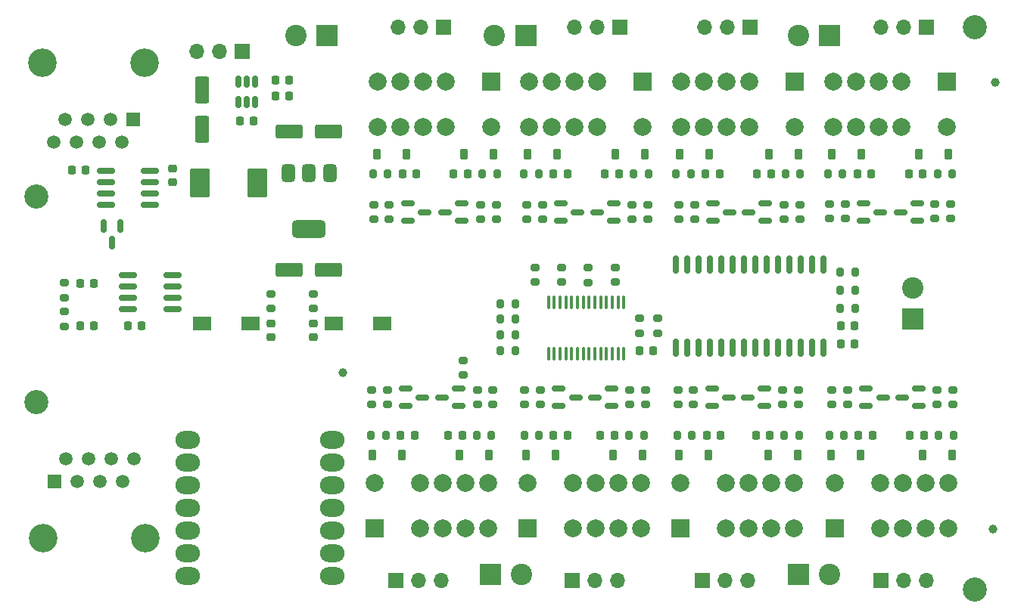
<source format=gbr>
%TF.GenerationSoftware,KiCad,Pcbnew,8.0.4*%
%TF.CreationDate,2024-08-08T00:40:07-04:00*%
%TF.ProjectId,pcb,7063622e-6b69-4636-9164-5f7063625858,1.1*%
%TF.SameCoordinates,Original*%
%TF.FileFunction,Soldermask,Top*%
%TF.FilePolarity,Negative*%
%FSLAX46Y46*%
G04 Gerber Fmt 4.6, Leading zero omitted, Abs format (unit mm)*
G04 Created by KiCad (PCBNEW 8.0.4) date 2024-08-08 00:40:07*
%MOMM*%
%LPD*%
G01*
G04 APERTURE LIST*
G04 Aperture macros list*
%AMRoundRect*
0 Rectangle with rounded corners*
0 $1 Rounding radius*
0 $2 $3 $4 $5 $6 $7 $8 $9 X,Y pos of 4 corners*
0 Add a 4 corners polygon primitive as box body*
4,1,4,$2,$3,$4,$5,$6,$7,$8,$9,$2,$3,0*
0 Add four circle primitives for the rounded corners*
1,1,$1+$1,$2,$3*
1,1,$1+$1,$4,$5*
1,1,$1+$1,$6,$7*
1,1,$1+$1,$8,$9*
0 Add four rect primitives between the rounded corners*
20,1,$1+$1,$2,$3,$4,$5,0*
20,1,$1+$1,$4,$5,$6,$7,0*
20,1,$1+$1,$6,$7,$8,$9,0*
20,1,$1+$1,$8,$9,$2,$3,0*%
G04 Aperture macros list end*
%ADD10RoundRect,0.102000X-1.000000X-1.500000X1.000000X-1.500000X1.000000X1.500000X-1.000000X1.500000X0*%
%ADD11C,3.200000*%
%ADD12R,1.500000X1.500000*%
%ADD13C,1.500000*%
%ADD14RoundRect,1.000000X0.375000X0.000010X-0.375000X0.000010X-0.375000X-0.000010X0.375000X-0.000010X0*%
%ADD15RoundRect,0.150000X0.825000X0.150000X-0.825000X0.150000X-0.825000X-0.150000X0.825000X-0.150000X0*%
%ADD16RoundRect,0.375000X-0.375000X0.625000X-0.375000X-0.625000X0.375000X-0.625000X0.375000X0.625000X0*%
%ADD17RoundRect,0.500000X-1.400000X0.500000X-1.400000X-0.500000X1.400000X-0.500000X1.400000X0.500000X0*%
%ADD18RoundRect,0.150000X-0.150000X0.512500X-0.150000X-0.512500X0.150000X-0.512500X0.150000X0.512500X0*%
%ADD19R,2.000000X1.600000*%
%ADD20RoundRect,0.200000X0.275000X-0.200000X0.275000X0.200000X-0.275000X0.200000X-0.275000X-0.200000X0*%
%ADD21RoundRect,0.200000X-0.275000X0.200000X-0.275000X-0.200000X0.275000X-0.200000X0.275000X0.200000X0*%
%ADD22R,2.400000X2.400000*%
%ADD23C,2.400000*%
%ADD24C,2.700000*%
%ADD25C,1.000000*%
%ADD26RoundRect,0.218750X-0.218750X-0.256250X0.218750X-0.256250X0.218750X0.256250X-0.218750X0.256250X0*%
%ADD27RoundRect,0.150000X-0.150000X0.587500X-0.150000X-0.587500X0.150000X-0.587500X0.150000X0.587500X0*%
%ADD28RoundRect,0.225000X0.250000X-0.225000X0.250000X0.225000X-0.250000X0.225000X-0.250000X-0.225000X0*%
%ADD29RoundRect,0.225000X0.225000X0.250000X-0.225000X0.250000X-0.225000X-0.250000X0.225000X-0.250000X0*%
%ADD30RoundRect,0.250000X-1.250000X-0.550000X1.250000X-0.550000X1.250000X0.550000X-1.250000X0.550000X0*%
%ADD31RoundRect,0.225000X-0.225000X-0.250000X0.225000X-0.250000X0.225000X0.250000X-0.225000X0.250000X0*%
%ADD32RoundRect,0.250000X-0.550000X1.250000X-0.550000X-1.250000X0.550000X-1.250000X0.550000X1.250000X0*%
%ADD33R,1.700000X1.700000*%
%ADD34O,1.700000X1.700000*%
%ADD35RoundRect,0.100000X-0.100000X0.637500X-0.100000X-0.637500X0.100000X-0.637500X0.100000X0.637500X0*%
%ADD36RoundRect,0.200000X-0.200000X-0.275000X0.200000X-0.275000X0.200000X0.275000X-0.200000X0.275000X0*%
%ADD37RoundRect,0.200000X0.200000X0.275000X-0.200000X0.275000X-0.200000X-0.275000X0.200000X-0.275000X0*%
%ADD38RoundRect,0.150000X-0.587500X-0.150000X0.587500X-0.150000X0.587500X0.150000X-0.587500X0.150000X0*%
%ADD39RoundRect,0.150000X0.587500X0.150000X-0.587500X0.150000X-0.587500X-0.150000X0.587500X-0.150000X0*%
%ADD40R,2.000000X2.000000*%
%ADD41C,2.000000*%
%ADD42RoundRect,0.218750X0.218750X0.256250X-0.218750X0.256250X-0.218750X-0.256250X0.218750X-0.256250X0*%
%ADD43RoundRect,0.225000X-0.225000X-0.375000X0.225000X-0.375000X0.225000X0.375000X-0.225000X0.375000X0*%
%ADD44RoundRect,0.225000X0.225000X0.375000X-0.225000X0.375000X-0.225000X-0.375000X0.225000X-0.375000X0*%
%ADD45RoundRect,0.150000X0.150000X-0.875000X0.150000X0.875000X-0.150000X0.875000X-0.150000X-0.875000X0*%
G04 APERTURE END LIST*
D10*
%TO.C,L1*%
X164300000Y-65500000D03*
X170700000Y-65500000D03*
%TD*%
D11*
%TO.C,J4*%
X158052500Y-52000000D03*
X146622500Y-52000000D03*
D12*
X156782500Y-58350000D03*
D13*
X155512500Y-60890000D03*
X154242500Y-58350000D03*
X152972500Y-60890000D03*
X151702500Y-58350000D03*
X150432500Y-60890000D03*
X149162500Y-58350000D03*
X147892500Y-60890000D03*
%TD*%
D11*
%TO.C,J3*%
X146730000Y-105250000D03*
X158160000Y-105250000D03*
D12*
X148000000Y-98900000D03*
D13*
X149270000Y-96360000D03*
X150540000Y-98900000D03*
X151810000Y-96360000D03*
X153080000Y-98900000D03*
X154350000Y-96360000D03*
X155620000Y-98900000D03*
X156890000Y-96360000D03*
%TD*%
D14*
%TO.C,U8*%
X179082500Y-109500750D03*
X179082500Y-106960750D03*
X179082500Y-104420750D03*
X179082500Y-101880750D03*
X179082500Y-99340750D03*
X179082500Y-96800750D03*
X179082500Y-94260750D03*
X162917500Y-94260750D03*
X162917500Y-96800750D03*
X162917500Y-99340750D03*
X162917500Y-101880750D03*
X162917500Y-104420750D03*
X162917500Y-106960750D03*
X162917500Y-109500750D03*
%TD*%
D15*
%TO.C,U7*%
X158725000Y-67905000D03*
X158725000Y-66635000D03*
X158725000Y-65365000D03*
X158725000Y-64095000D03*
X153775000Y-64095000D03*
X153775000Y-65365000D03*
X153775000Y-66635000D03*
X153775000Y-67905000D03*
%TD*%
%TO.C,U6*%
X161200000Y-79655000D03*
X161200000Y-78385000D03*
X161200000Y-77115000D03*
X161200000Y-75845000D03*
X156250000Y-75845000D03*
X156250000Y-77115000D03*
X156250000Y-78385000D03*
X156250000Y-79655000D03*
%TD*%
D16*
%TO.C,U5*%
X178800000Y-64350000D03*
X176500000Y-64350000D03*
D17*
X176500000Y-70650000D03*
D16*
X174200000Y-64350000D03*
%TD*%
D18*
%TO.C,U4*%
X170450000Y-54112500D03*
X169500000Y-54112500D03*
X168550000Y-54112500D03*
X168550000Y-56387500D03*
X169500000Y-56387500D03*
X170450000Y-56387500D03*
%TD*%
D19*
%TO.C,SW3*%
X179300000Y-81250000D03*
X184700000Y-81250000D03*
%TD*%
%TO.C,SW2*%
X169950000Y-81250000D03*
X164550000Y-81250000D03*
%TD*%
D20*
%TO.C,R44*%
X149150000Y-78325000D03*
X149150000Y-76675000D03*
%TD*%
D21*
%TO.C,R43*%
X149150000Y-81537500D03*
X149150000Y-79887500D03*
%TD*%
%TO.C,R16*%
X177000000Y-77925000D03*
X177000000Y-79575000D03*
%TD*%
%TO.C,R15*%
X172250000Y-77925000D03*
X172250000Y-79575000D03*
%TD*%
D22*
%TO.C,J1*%
X178500000Y-48950000D03*
D23*
X175000000Y-48950000D03*
%TD*%
D24*
%TO.C,H4*%
X146000000Y-67000000D03*
%TD*%
%TO.C,H3*%
X146000000Y-90000000D03*
%TD*%
D25*
%TO.C,FID3*%
X253000000Y-104250000D03*
%TD*%
%TO.C,FID2*%
X253250000Y-54250000D03*
%TD*%
%TO.C,FID1*%
X180250000Y-86750000D03*
%TD*%
D26*
%TO.C,D25*%
X150862500Y-76750000D03*
X152437500Y-76750000D03*
%TD*%
%TO.C,D24*%
X150862500Y-81500000D03*
X152437500Y-81500000D03*
%TD*%
D27*
%TO.C,D15*%
X155425000Y-70312500D03*
X153525000Y-70312500D03*
X154475000Y-72187500D03*
%TD*%
D28*
%TO.C,C14*%
X161250000Y-65390000D03*
X161250000Y-63840000D03*
%TD*%
D29*
%TO.C,C13*%
X149975000Y-64000000D03*
X151525000Y-64000000D03*
%TD*%
%TO.C,C12*%
X157750000Y-81500000D03*
X156200000Y-81500000D03*
%TD*%
D28*
%TO.C,C11*%
X177000000Y-82775000D03*
X177000000Y-81225000D03*
%TD*%
%TO.C,C10*%
X172250000Y-82775000D03*
X172250000Y-81225000D03*
%TD*%
D30*
%TO.C,C9*%
X174300000Y-75250000D03*
X178700000Y-75250000D03*
%TD*%
%TO.C,C8*%
X174300000Y-59750000D03*
X178700000Y-59750000D03*
%TD*%
D31*
%TO.C,C7*%
X172725000Y-54000000D03*
X174275000Y-54000000D03*
%TD*%
D29*
%TO.C,C6*%
X174275000Y-55750000D03*
X172725000Y-55750000D03*
%TD*%
D31*
%TO.C,C5*%
X168725000Y-58500000D03*
X170275000Y-58500000D03*
%TD*%
D32*
%TO.C,C1*%
X164500000Y-55050000D03*
X164500000Y-59450000D03*
%TD*%
D33*
%TO.C,M7*%
X211275000Y-48000000D03*
D34*
X208735000Y-48000000D03*
X206195000Y-48000000D03*
%TD*%
D33*
%TO.C,M6*%
X225790000Y-48000000D03*
D34*
X223250000Y-48000000D03*
X220710000Y-48000000D03*
%TD*%
D33*
%TO.C,M5*%
X245540000Y-48000000D03*
D34*
X243000000Y-48000000D03*
X240460000Y-48000000D03*
%TD*%
D33*
%TO.C,M4*%
X240475000Y-110000000D03*
D34*
X243015000Y-110000000D03*
X245555000Y-110000000D03*
%TD*%
D33*
%TO.C,M3*%
X220460000Y-110000000D03*
D34*
X223000000Y-110000000D03*
X225540000Y-110000000D03*
%TD*%
D33*
%TO.C,M2*%
X205960000Y-110000000D03*
D34*
X208500000Y-110000000D03*
X211040000Y-110000000D03*
%TD*%
D33*
%TO.C,M1*%
X186210000Y-110000000D03*
D34*
X188750000Y-110000000D03*
X191290000Y-110000000D03*
%TD*%
D22*
%TO.C,J8*%
X200750000Y-48950000D03*
D23*
X197250000Y-48950000D03*
%TD*%
D22*
%TO.C,J7*%
X234750000Y-48950000D03*
D23*
X231250000Y-48950000D03*
%TD*%
D22*
%TO.C,J6*%
X231250000Y-109300000D03*
D23*
X234750000Y-109300000D03*
%TD*%
D22*
%TO.C,J5*%
X196750000Y-109300000D03*
D23*
X200250000Y-109300000D03*
%TD*%
D35*
%TO.C,U2*%
X211725000Y-78887500D03*
X211075000Y-78887500D03*
X210425000Y-78887500D03*
X209775000Y-78887500D03*
X209125000Y-78887500D03*
X208475000Y-78887500D03*
X207825000Y-78887500D03*
X207175000Y-78887500D03*
X206525000Y-78887500D03*
X205875000Y-78887500D03*
X205225000Y-78887500D03*
X204575000Y-78887500D03*
X203925000Y-78887500D03*
X203275000Y-78887500D03*
X203275000Y-84612500D03*
X203925000Y-84612500D03*
X204575000Y-84612500D03*
X205225000Y-84612500D03*
X205875000Y-84612500D03*
X206525000Y-84612500D03*
X207175000Y-84612500D03*
X207825000Y-84612500D03*
X208475000Y-84612500D03*
X209125000Y-84612500D03*
X209775000Y-84612500D03*
X210425000Y-84612500D03*
X211075000Y-84612500D03*
X211725000Y-84612500D03*
%TD*%
D21*
%TO.C,R41*%
X235000000Y-88675000D03*
X235000000Y-90325000D03*
%TD*%
%TO.C,R40*%
X248500000Y-88675000D03*
X248500000Y-90325000D03*
%TD*%
D36*
%TO.C,R39*%
X246925000Y-93750000D03*
X248575000Y-93750000D03*
%TD*%
%TO.C,R38*%
X217675000Y-93750000D03*
X219325000Y-93750000D03*
%TD*%
D21*
%TO.C,R37*%
X217750000Y-88675000D03*
X217750000Y-90325000D03*
%TD*%
%TO.C,R36*%
X231250000Y-88675000D03*
X231250000Y-90325000D03*
%TD*%
D36*
%TO.C,R35*%
X229675000Y-93750000D03*
X231325000Y-93750000D03*
%TD*%
D20*
%TO.C,R34*%
X236750000Y-90325000D03*
X236750000Y-88675000D03*
%TD*%
D21*
%TO.C,R33*%
X246750000Y-88675000D03*
X246750000Y-90325000D03*
%TD*%
D20*
%TO.C,R32*%
X219500000Y-90325000D03*
X219500000Y-88675000D03*
%TD*%
D21*
%TO.C,R31*%
X229500000Y-88675000D03*
X229500000Y-90325000D03*
%TD*%
D36*
%TO.C,R28*%
X200555000Y-93750000D03*
X202205000Y-93750000D03*
%TD*%
D21*
%TO.C,R27*%
X200630000Y-88675000D03*
X200630000Y-90325000D03*
%TD*%
%TO.C,R26*%
X214130000Y-88675000D03*
X214130000Y-90325000D03*
%TD*%
D36*
%TO.C,R25*%
X212305000Y-93750000D03*
X213955000Y-93750000D03*
%TD*%
%TO.C,R24*%
X183425000Y-93750000D03*
X185075000Y-93750000D03*
%TD*%
D21*
%TO.C,R23*%
X183500000Y-88675000D03*
X183500000Y-90325000D03*
%TD*%
%TO.C,R22*%
X197062500Y-90325000D03*
X197062500Y-88675000D03*
%TD*%
D36*
%TO.C,R21*%
X195250000Y-93750000D03*
X196900000Y-93750000D03*
%TD*%
D20*
%TO.C,R20*%
X202380000Y-90325000D03*
X202380000Y-88675000D03*
%TD*%
D21*
%TO.C,R19*%
X212380000Y-88675000D03*
X212380000Y-90325000D03*
%TD*%
D20*
%TO.C,R18*%
X185250000Y-88675000D03*
X185250000Y-90325000D03*
%TD*%
D21*
%TO.C,R17*%
X195312500Y-88675000D03*
X195312500Y-90325000D03*
%TD*%
D37*
%TO.C,R68*%
X197535000Y-64500000D03*
X195885000Y-64500000D03*
%TD*%
D20*
%TO.C,R67*%
X197460000Y-69575000D03*
X197460000Y-67925000D03*
%TD*%
%TO.C,R66*%
X183710000Y-69575000D03*
X183710000Y-67925000D03*
%TD*%
D37*
%TO.C,R65*%
X185285000Y-64500000D03*
X183635000Y-64500000D03*
%TD*%
D21*
%TO.C,R60*%
X195710000Y-67925000D03*
X195710000Y-69575000D03*
%TD*%
D20*
%TO.C,R59*%
X185460000Y-69575000D03*
X185460000Y-67925000D03*
%TD*%
D37*
%TO.C,R56*%
X229797500Y-64500000D03*
X231447500Y-64500000D03*
%TD*%
D20*
%TO.C,R55*%
X231372500Y-67925000D03*
X231372500Y-69575000D03*
%TD*%
%TO.C,R54*%
X217872500Y-67925000D03*
X217872500Y-69575000D03*
%TD*%
D37*
%TO.C,R53*%
X217547500Y-64500000D03*
X219197500Y-64500000D03*
%TD*%
D21*
%TO.C,R48*%
X229622500Y-69575000D03*
X229622500Y-67925000D03*
%TD*%
D20*
%TO.C,R47*%
X219622500Y-67925000D03*
X219622500Y-69575000D03*
%TD*%
D37*
%TO.C,R64*%
X214447500Y-64500000D03*
X212797500Y-64500000D03*
%TD*%
D20*
%TO.C,R63*%
X214372500Y-69575000D03*
X214372500Y-67925000D03*
%TD*%
%TO.C,R62*%
X200872500Y-69575000D03*
X200872500Y-67925000D03*
%TD*%
D37*
%TO.C,R61*%
X202197500Y-64500000D03*
X200547500Y-64500000D03*
%TD*%
D21*
%TO.C,R58*%
X212622500Y-67925000D03*
X212622500Y-69575000D03*
%TD*%
D20*
%TO.C,R57*%
X202622500Y-69575000D03*
X202622500Y-67925000D03*
%TD*%
D37*
%TO.C,R49*%
X236197500Y-64500000D03*
X234547500Y-64500000D03*
%TD*%
%TO.C,R52*%
X248447500Y-64500000D03*
X246797500Y-64500000D03*
%TD*%
D20*
%TO.C,R50*%
X234750000Y-69497500D03*
X234750000Y-67847500D03*
%TD*%
%TO.C,R51*%
X248250000Y-69497500D03*
X248250000Y-67847500D03*
%TD*%
%TO.C,R45*%
X236500000Y-69497500D03*
X236500000Y-67847500D03*
%TD*%
D21*
%TO.C,R46*%
X246500000Y-67847500D03*
X246500000Y-69497500D03*
%TD*%
D20*
%TO.C,R9*%
X201750000Y-76575000D03*
X201750000Y-74925000D03*
%TD*%
%TO.C,R8*%
X204750000Y-76575000D03*
X204750000Y-74925000D03*
%TD*%
%TO.C,R7*%
X207750000Y-76650000D03*
X207750000Y-75000000D03*
%TD*%
%TO.C,R6*%
X210750000Y-76575000D03*
X210750000Y-74925000D03*
%TD*%
D37*
%TO.C,R5*%
X197925000Y-79000000D03*
X199575000Y-79000000D03*
%TD*%
%TO.C,R4*%
X199575000Y-80750000D03*
X197925000Y-80750000D03*
%TD*%
D21*
%TO.C,R1*%
X193750000Y-85350000D03*
X193750000Y-87000000D03*
%TD*%
D36*
%TO.C,R14*%
X235925000Y-79500000D03*
X237575000Y-79500000D03*
%TD*%
%TO.C,R13*%
X235925000Y-77500000D03*
X237575000Y-77500000D03*
%TD*%
%TO.C,R12*%
X235925000Y-75500000D03*
X237575000Y-75500000D03*
%TD*%
D21*
%TO.C,R30*%
X213500000Y-80675000D03*
X213500000Y-82325000D03*
%TD*%
%TO.C,R29*%
X215500000Y-80675000D03*
X215500000Y-82325000D03*
%TD*%
D37*
%TO.C,R3*%
X199575000Y-82500000D03*
X197925000Y-82500000D03*
%TD*%
%TO.C,R2*%
X199575000Y-84250000D03*
X197925000Y-84250000D03*
%TD*%
D38*
%TO.C,Q8*%
X238812500Y-88550000D03*
X238812500Y-90450000D03*
X240687500Y-89500000D03*
%TD*%
D39*
%TO.C,Q7*%
X244687500Y-90450000D03*
X244687500Y-88550000D03*
X242812500Y-89500000D03*
%TD*%
D38*
%TO.C,Q6*%
X223437500Y-89500000D03*
X221562500Y-90450000D03*
X221562500Y-88550000D03*
%TD*%
D39*
%TO.C,Q5*%
X225562500Y-89500000D03*
X227437500Y-88550000D03*
X227437500Y-90450000D03*
%TD*%
D38*
%TO.C,Q4*%
X204442500Y-88550000D03*
X204442500Y-90450000D03*
X206317500Y-89500000D03*
%TD*%
D39*
%TO.C,Q3*%
X210317500Y-90450000D03*
X210317500Y-88550000D03*
X208442500Y-89500000D03*
%TD*%
D38*
%TO.C,Q2*%
X187312500Y-88550000D03*
X187312500Y-90450000D03*
X189187500Y-89500000D03*
%TD*%
D39*
%TO.C,Q1*%
X193250000Y-90450000D03*
X193250000Y-88550000D03*
X191375000Y-89500000D03*
%TD*%
%TO.C,Q16*%
X193585000Y-69700000D03*
X193585000Y-67800000D03*
X191710000Y-68750000D03*
%TD*%
D38*
%TO.C,Q15*%
X187585000Y-67800000D03*
X187585000Y-69700000D03*
X189460000Y-68750000D03*
%TD*%
D39*
%TO.C,Q12*%
X225685000Y-68750000D03*
X227560000Y-67800000D03*
X227560000Y-69700000D03*
%TD*%
D38*
%TO.C,Q11*%
X223560000Y-68750000D03*
X221685000Y-69700000D03*
X221685000Y-67800000D03*
%TD*%
D39*
%TO.C,Q14*%
X210560000Y-69700000D03*
X210560000Y-67800000D03*
X208685000Y-68750000D03*
%TD*%
D38*
%TO.C,Q13*%
X204685000Y-67800000D03*
X204685000Y-69700000D03*
X206560000Y-68750000D03*
%TD*%
%TO.C,Q9*%
X238497500Y-67800000D03*
X238497500Y-69700000D03*
X240372500Y-68750000D03*
%TD*%
D39*
%TO.C,Q10*%
X244560000Y-69700000D03*
X244560000Y-67800000D03*
X242685000Y-68750000D03*
%TD*%
D40*
%TO.C,K4*%
X235292500Y-104157500D03*
D41*
X240372500Y-104157500D03*
X242912500Y-104157500D03*
X245452500Y-104157500D03*
X247992500Y-104157500D03*
X247992500Y-99077500D03*
X245452500Y-99077500D03*
X242912500Y-99077500D03*
X240372500Y-99077500D03*
X235292500Y-99077500D03*
%TD*%
D40*
%TO.C,K3*%
X218042500Y-104157500D03*
D41*
X223122500Y-104157500D03*
X225662500Y-104157500D03*
X228202500Y-104157500D03*
X230742500Y-104157500D03*
X230742500Y-99077500D03*
X228202500Y-99077500D03*
X225662500Y-99077500D03*
X223122500Y-99077500D03*
X218042500Y-99077500D03*
%TD*%
%TO.C,K2*%
X200922500Y-99077500D03*
X206002500Y-99077500D03*
X208542500Y-99077500D03*
X211082500Y-99077500D03*
X213622500Y-99077500D03*
X213622500Y-104157500D03*
X211082500Y-104157500D03*
X208542500Y-104157500D03*
X206002500Y-104157500D03*
D40*
X200922500Y-104157500D03*
%TD*%
%TO.C,K8*%
X196830000Y-54092500D03*
D41*
X191750000Y-54092500D03*
X189210000Y-54092500D03*
X186670000Y-54092500D03*
X184130000Y-54092500D03*
X184130000Y-59172500D03*
X186670000Y-59172500D03*
X189210000Y-59172500D03*
X191750000Y-59172500D03*
X196830000Y-59172500D03*
%TD*%
%TO.C,K6*%
X230830000Y-59172500D03*
X225750000Y-59172500D03*
X223210000Y-59172500D03*
X220670000Y-59172500D03*
X218130000Y-59172500D03*
X218130000Y-54092500D03*
X220670000Y-54092500D03*
X223210000Y-54092500D03*
X225750000Y-54092500D03*
D40*
X230830000Y-54092500D03*
%TD*%
D41*
%TO.C,K5*%
X247830000Y-59172500D03*
X242750000Y-59172500D03*
X240210000Y-59172500D03*
X237670000Y-59172500D03*
X235130000Y-59172500D03*
X235130000Y-54092500D03*
X237670000Y-54092500D03*
X240210000Y-54092500D03*
X242750000Y-54092500D03*
D40*
X247830000Y-54092500D03*
%TD*%
D33*
%TO.C,JP1*%
X169025000Y-50750000D03*
D34*
X166485000Y-50750000D03*
X163945000Y-50750000D03*
%TD*%
D24*
%TO.C,H2*%
X250999996Y-110999996D03*
%TD*%
%TO.C,H1*%
X251000000Y-48000000D03*
%TD*%
D42*
%TO.C,D19*%
X239537500Y-93750000D03*
X237962500Y-93750000D03*
%TD*%
D26*
%TO.C,D18*%
X243712500Y-93750000D03*
X245287500Y-93750000D03*
%TD*%
D42*
%TO.C,D17*%
X222537500Y-93750000D03*
X220962500Y-93750000D03*
%TD*%
D26*
%TO.C,D16*%
X226462500Y-93750000D03*
X228037500Y-93750000D03*
%TD*%
D43*
%TO.C,D14*%
X234850000Y-96000000D03*
X238150000Y-96000000D03*
%TD*%
D44*
%TO.C,D13*%
X248400000Y-96000000D03*
X245100000Y-96000000D03*
%TD*%
D43*
%TO.C,D12*%
X217850000Y-96000000D03*
X221150000Y-96000000D03*
%TD*%
D44*
%TO.C,D11*%
X231150000Y-96000000D03*
X227850000Y-96000000D03*
%TD*%
D42*
%TO.C,D10*%
X205417500Y-93750000D03*
X203842500Y-93750000D03*
%TD*%
D26*
%TO.C,D9*%
X209092500Y-93750000D03*
X210667500Y-93750000D03*
%TD*%
D42*
%TO.C,D8*%
X188287500Y-93750000D03*
X186712500Y-93750000D03*
%TD*%
D26*
%TO.C,D7*%
X192037500Y-93750000D03*
X193612500Y-93750000D03*
%TD*%
D43*
%TO.C,D6*%
X200730000Y-96000000D03*
X204030000Y-96000000D03*
%TD*%
D44*
%TO.C,D5*%
X213780000Y-96000000D03*
X210480000Y-96000000D03*
%TD*%
D43*
%TO.C,D4*%
X183600000Y-96000000D03*
X186900000Y-96000000D03*
%TD*%
D44*
%TO.C,D3*%
X196650000Y-96000000D03*
X193350000Y-96000000D03*
%TD*%
D26*
%TO.C,D37*%
X192672500Y-64500000D03*
X194247500Y-64500000D03*
%TD*%
D42*
%TO.C,D36*%
X188497500Y-64500000D03*
X186922500Y-64500000D03*
%TD*%
D44*
%TO.C,D33*%
X197110000Y-62250000D03*
X193810000Y-62250000D03*
%TD*%
D43*
%TO.C,D32*%
X184060000Y-62250000D03*
X187360000Y-62250000D03*
%TD*%
D26*
%TO.C,D29*%
X228160000Y-64500000D03*
X226585000Y-64500000D03*
%TD*%
D42*
%TO.C,D28*%
X220835000Y-64500000D03*
X222410000Y-64500000D03*
%TD*%
D44*
%TO.C,D23*%
X227972500Y-62250000D03*
X231272500Y-62250000D03*
%TD*%
D43*
%TO.C,D22*%
X221272500Y-62250000D03*
X217972500Y-62250000D03*
%TD*%
D26*
%TO.C,D35*%
X209585000Y-64500000D03*
X211160000Y-64500000D03*
%TD*%
D42*
%TO.C,D34*%
X205410000Y-64500000D03*
X203835000Y-64500000D03*
%TD*%
D44*
%TO.C,D31*%
X214022500Y-62250000D03*
X210722500Y-62250000D03*
%TD*%
D43*
%TO.C,D30*%
X200972500Y-62250000D03*
X204272500Y-62250000D03*
%TD*%
D42*
%TO.C,D26*%
X239410000Y-64500000D03*
X237835000Y-64500000D03*
%TD*%
D26*
%TO.C,D27*%
X243585000Y-64500000D03*
X245160000Y-64500000D03*
%TD*%
D44*
%TO.C,D21*%
X248022500Y-62250000D03*
X244722500Y-62250000D03*
%TD*%
D43*
%TO.C,D20*%
X234972500Y-62250000D03*
X238272500Y-62250000D03*
%TD*%
D29*
%TO.C,C2*%
X237525000Y-83500000D03*
X235975000Y-83500000D03*
%TD*%
D31*
%TO.C,C3*%
X235975000Y-81500000D03*
X237525000Y-81500000D03*
%TD*%
D29*
%TO.C,C4*%
X215025000Y-84250000D03*
X213475000Y-84250000D03*
%TD*%
D41*
%TO.C,K7*%
X213830000Y-59172500D03*
X208750000Y-59172500D03*
X206210000Y-59172500D03*
X203670000Y-59172500D03*
X201130000Y-59172500D03*
X201130000Y-54092500D03*
X203670000Y-54092500D03*
X206210000Y-54092500D03*
X208750000Y-54092500D03*
D40*
X213830000Y-54092500D03*
%TD*%
%TO.C,K1*%
X183792500Y-104157500D03*
D41*
X188872500Y-104157500D03*
X191412500Y-104157500D03*
X193952500Y-104157500D03*
X196492500Y-104157500D03*
X196492500Y-99077500D03*
X193952500Y-99077500D03*
X191412500Y-99077500D03*
X188872500Y-99077500D03*
X183792500Y-99077500D03*
%TD*%
D36*
%TO.C,R42*%
X234675000Y-93750000D03*
X236325000Y-93750000D03*
%TD*%
D45*
%TO.C,U3*%
X217495000Y-74600000D03*
X218765000Y-74600000D03*
X220035000Y-74600000D03*
X221305000Y-74600000D03*
X222575000Y-74600000D03*
X223845000Y-74600000D03*
X225115000Y-74600000D03*
X226385000Y-74600000D03*
X227655000Y-74600000D03*
X228925000Y-74600000D03*
X230195000Y-74600000D03*
X231465000Y-74600000D03*
X232735000Y-74600000D03*
X234005000Y-74600000D03*
X234005000Y-83900000D03*
X232735000Y-83900000D03*
X231465000Y-83900000D03*
X230195000Y-83900000D03*
X228925000Y-83900000D03*
X227655000Y-83900000D03*
X226385000Y-83900000D03*
X225115000Y-83900000D03*
X223845000Y-83900000D03*
X222575000Y-83900000D03*
X221305000Y-83900000D03*
X220035000Y-83900000D03*
X218765000Y-83900000D03*
X217495000Y-83900000D03*
%TD*%
D22*
%TO.C,J2*%
X244050000Y-80750000D03*
D23*
X244050000Y-77250000D03*
%TD*%
D33*
%TO.C,M8*%
X191525000Y-48000000D03*
D34*
X188985000Y-48000000D03*
X186445000Y-48000000D03*
%TD*%
M02*

</source>
